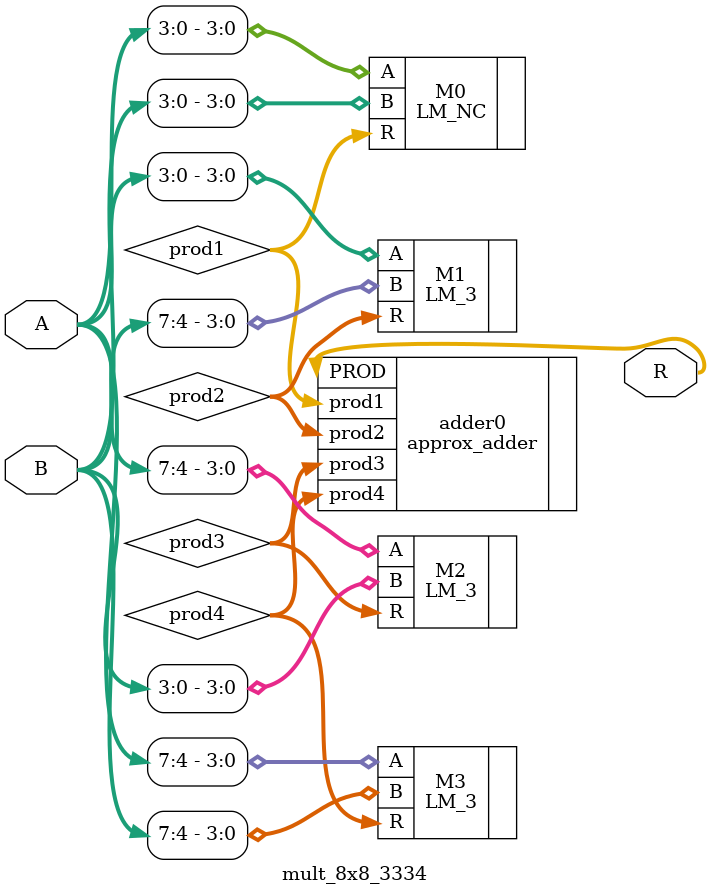
<source format=v>
module mult_8x8_3334(
input [7:0] A,
input [7:0] B,
output [15:0]R
);
wire [7:0]prod1;
wire [7:0]prod2;
wire [7:0]prod3;
wire [7:0]prod4;

LM_NC M0(.A(A[3:0]),.B(B[3:0]),.R(prod1));
LM_3 M1(.A(A[3:0]),.B(B[7:4]),.R(prod2));
LM_3 M2(.A(A[7:4]),.B(B[3:0]),.R(prod3));
LM_3 M3(.A(A[7:4]),.B(B[7:4]),.R(prod4));
approx_adder adder0(.prod1(prod1),.prod2(prod2),.prod3(prod3),.prod4(prod4),.PROD(R));
endmodule

</source>
